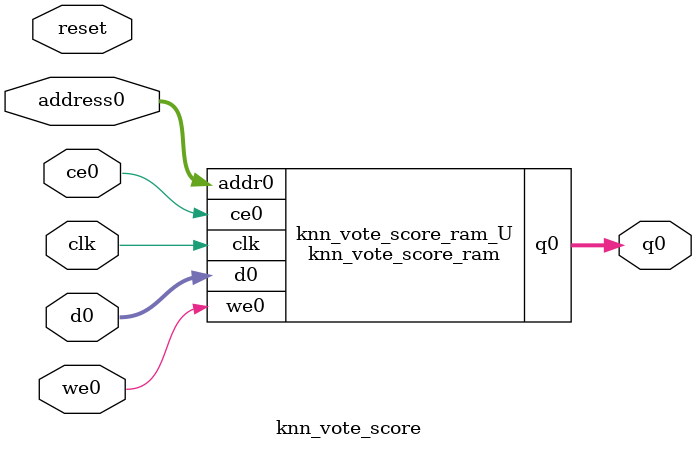
<source format=v>

`timescale 1 ns / 1 ps
module knn_vote_score_ram (addr0, ce0, d0, we0, q0,  clk);

parameter DWIDTH = 32;
parameter AWIDTH = 4;
parameter MEM_SIZE = 10;

input[AWIDTH-1:0] addr0;
input ce0;
input[DWIDTH-1:0] d0;
input we0;
output reg[DWIDTH-1:0] q0;
input clk;

(* ram_style = "distributed" *)reg [DWIDTH-1:0] ram[0:MEM_SIZE-1];




always @(posedge clk)  
begin 
    if (ce0) 
    begin
        if (we0) 
        begin 
            ram[addr0] <= d0; 
            q0 <= d0;
        end 
        else 
            q0 <= ram[addr0];
    end
end


endmodule


`timescale 1 ns / 1 ps
module knn_vote_score(
    reset,
    clk,
    address0,
    ce0,
    we0,
    d0,
    q0);

parameter DataWidth = 32'd32;
parameter AddressRange = 32'd10;
parameter AddressWidth = 32'd4;
input reset;
input clk;
input[AddressWidth - 1:0] address0;
input ce0;
input we0;
input[DataWidth - 1:0] d0;
output[DataWidth - 1:0] q0;



knn_vote_score_ram knn_vote_score_ram_U(
    .clk( clk ),
    .addr0( address0 ),
    .ce0( ce0 ),
    .d0( d0 ),
    .we0( we0 ),
    .q0( q0 ));

endmodule


</source>
